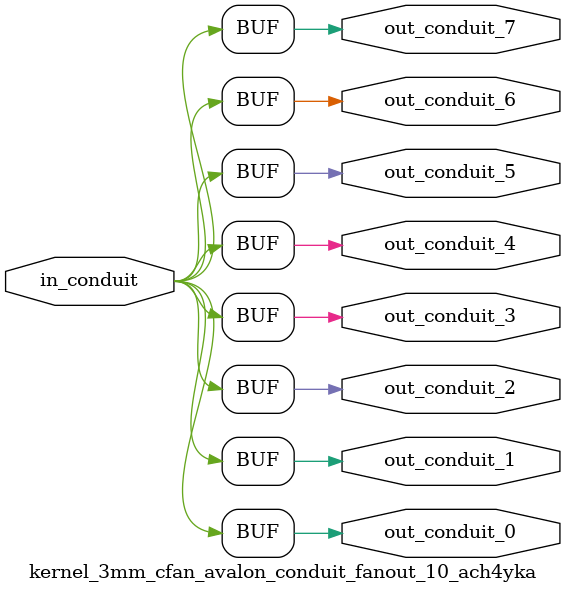
<source format=sv>


 


// --------------------------------------------------------------------------------
//| Avalon Conduit Fan-Out
// --------------------------------------------------------------------------------

// ------------------------------------------
// Generation parameters:
//   output_name:       kernel_3mm_cfan_avalon_conduit_fanout_10_ach4yka
//   numFanOut:         8
//   
// ------------------------------------------

module kernel_3mm_cfan_avalon_conduit_fanout_10_ach4yka (     

// Interface: out_conduit_0
 output                    out_conduit_0,
// Interface: out_conduit_1
 output                    out_conduit_1,
// Interface: out_conduit_2
 output                    out_conduit_2,
// Interface: out_conduit_3
 output                    out_conduit_3,
// Interface: out_conduit_4
 output                    out_conduit_4,
// Interface: out_conduit_5
 output                    out_conduit_5,
// Interface: out_conduit_6
 output                    out_conduit_6,
// Interface: out_conduit_7
 output                    out_conduit_7,

// Interface: in_conduit
 input                   in_conduit

);

   assign  out_conduit_0 = in_conduit;
   assign  out_conduit_1 = in_conduit;
   assign  out_conduit_2 = in_conduit;
   assign  out_conduit_3 = in_conduit;
   assign  out_conduit_4 = in_conduit;
   assign  out_conduit_5 = in_conduit;
   assign  out_conduit_6 = in_conduit;
   assign  out_conduit_7 = in_conduit;

endmodule //


</source>
